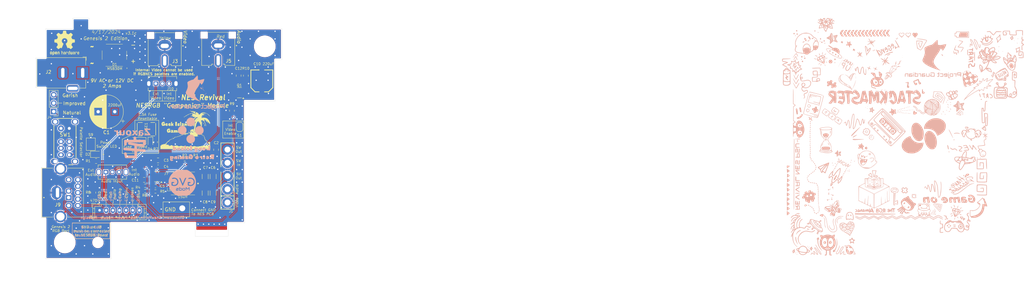
<source format=kicad_pcb>
(kicad_pcb (version 20240108) (generator "pcbnew") (generator_version "8.0")
  (layers (0 "F.Cu" signal) (1 "In1.Cu" signal) (2 "In2.Cu" signal) (31 "B.Cu" signal) (34 "B.Paste" user) (35 "F.Paste" user) (36 "B.SilkS" user "B.Silkscreen") (37 "F.SilkS" user "F.Silkscreen") (38 "B.Mask" user) (39 "F.Mask" user) (44 "Edge.Cuts" user))
  (net 0 "")
  (net 1 "5V Out")
  (net 2 "Net-(D2-Pad2)")
  (net 3 "Video Out")
  (net 4 "GND")
  (net 5 "Video In")
  (net 6 "9VIn")
  (net 7 "9VOut")
  (net 9 "SW")
  (net 10 "EN")
  (net 11 "CSync")
  (net 12 "Blue")
  (net 13 "Green")
  (net 14 "Aud")
  (net 15 "Red")
  (net 16 "MultiFunction")
  (net 17 "A")
  (net 18 "Net-(SW1-Pad6)")
  (net 19 "Net-(SW1-Pad7)")
  (net 20 "Net-(SW1-Pad8)")
  (net 21 "Csync2")
  (net 22 "AC")
  (net 23 "AC2")
  (net 24 "Int_Vid")
  (net 25 "2t2")
  (net 26 "2i2")
  (net 27 "BOOT")
  (net 28 "FB")
  (net 29 "MX")
  (net 30 "GNDD")
  (net 31 "9VOut2")
  (net 32 "V5")
  (net 33 "AUD_Out")
  (net 34 "B")
  (footprint "Resistor_SMD:R_0603_1608Metric" (layer "F.Cu") (at 120.8 121.9 180)
    (property "Reference" "R4")
    (property "Value" "100K" (hide yes))
  )
  (footprint "Merlin:SolderJumper-2_P1.3mm_Open_TrianglePad1.0x1.5mm" (layer "F.Cu") (at 104.4 109.4 90)
    (property "Reference" "JP1" (hide yes))
    (property "Value" "Jump" (hide yes))
  )
  (footprint "Capacitor_SMD:C_0603_1608Metric" (layer "F.Cu") (at 124.7 116.1 180)
    (property "Reference" "C4")
    (property "Value" ".1uF")
  )
  (footprint "Merlin:NESHole2" (layer "F.Cu") (at 106.55 139.03)
    (property "Reference" "REF**" (hide yes))
    (property "Value" "NESHole2" (hide yes))
  )
  (footprint "Resistor_SMD:R_0603_1608Metric" (layer "F.Cu") (at 123.9 123.6)
    (property "Reference" "R5")
    (property "Value" "13.3K" (hide yes))
  )
  (footprint "Connector_PinHeader_2.54mm:PinHeader_1x03_P2.54mm_Vertical" (layer "F.Cu") (at 93.2 99.45 180)
    (property "Reference" "J4")
    (property "Value" " ")
  )
  (footprint "LED_SMD:LED_0603_1608Metric" (layer "F.Cu") (at 122.4 108.7 -90)
    (property "Reference" "D4")
    (property "Value" "Power LED")
  )
  (footprint "Resistor_SMD:R_0805_2012Metric" (layer "F.Cu") (at 106 114.4)
    (property "Reference" "R1")
    (property "Value" "4,7K" (hide yes))
  )
  (footprint "Merlin:MSB30M" (layer "F.Cu") (at 107.8 82.45 -90)
    (property "Reference" "D1")
    (property "Value" "MSB30M")
  )
  (footprint "Merlin:GeekIsland2" (layer "F.Cu") (at 132.9 104.8)
    (property "Reference" "G***" (hide yes))
    (property "Value" "LOGO" (hide yes))
  )
  (footprint "Jumper:SolderJumper-2_P1.3mm_Bridged_RoundedPad1.0x1.5mm" (layer "F.Cu") (at 149.3 104.1 90)
    (property "Reference" "RJA-INT1" (hide yes))
    (property "Value" " ")
  )
  (footprint "Capacitor_SMD:C_0603_1608Metric" (layer "F.Cu") (at 123.9 122)
    (property "Reference" "C5")
    (property "Value" ".1uF")
  )
  (footprint "Merlin:CUI_MD-90SM_2" (layer "F.Cu") (at 95.85 123.97 -90)
    (property "Reference" "J9")
    (property "Value" "MD-90SM" (hide yes))
  )
  (footprint "Merlin:BarrelJack_Horizontal2" (layer "F.Cu") (at 101.95 87.75)
    (property "Reference" "J2")
    (property "Value" "EJ503A")
  )
  (footprint "Merlin:SW_OS102011MS2QN1" (layer "F.Cu") (at 126 91)
    (property "Reference" "J10")
    (property "Value" "Conn_01x03" (hide yes))
  )
  (footprint "Resistor_SMD:R_0805_2012Metric" (layer "F.Cu") (at 151.2 88.6 90)
    (property "Reference" "R10")
    (property "Value" "110R")
  )
  (footprint "Merlin:SW-DP3T (EG2319)" (layer "F.Cu") (at 96.65 108.55 -90)
    (property "Reference" "SW1")
    (property "Value" "DP3T" (hide yes))
  )
  (footprint "Capacitor_SMD:C_0805_2012Metric" (layer "F.Cu") (at 124.7 114.2 180)
    (property "Reference" "C3")
    (property "Value" "10uF" (hide yes))
  )
  (footprint "Package_TO_SOT_SMD:SOT-23-6" (layer "F.Cu") (at 124.4 119.1 180)
    (property "Reference" "J7")
    (property "Value" "TPS54202")
  )
  (footprint "Merlin:CUI_RCA" (layer "F.Cu") (at 126.696 79.608 90)
    (property "Reference" "J3")
    (property "Value" "White RCJ-" (hide yes))
    (fp_line (start 4 -5.15) (end 2.3 -5.15) (stroke (width 0.01)) (layer "Edge.Cuts"))
    (fp_line (start 2.3 -5.15) (end 2.3 -3.35) (stroke (width 0.01)) (layer "Edge.Cuts"))
    (fp_line (start 4 -3.35) (end 4 -5.15) (stroke (width 0.01)) (layer "Edge.Cuts"))
    (fp_line (start 2.3 -3.35) (end 4 -3.35) (stroke (width 0.01)) (layer "Edge.Cuts"))
    (fp_line (start 4 3.35) (end 2.3 3.35) (stroke (width 0.01)) (layer "Edge.Cuts"))
    (fp_line (start 2.3 3.35) (end 2.3 5.15) (stroke (width 0.01)) (layer "Edge.Cuts"))
    (fp_line (start 4 5.15) (end 4 3.35) (stroke (width 0.01)) (layer "Edge.Cuts"))
    (fp_line (start 2.3 5.15) (end 4 5.15) (stroke (width 0.01)) (layer "Edge.Cuts"))
  )
  (footprint "Capacitor_SMD:C_1206_3216Metric" (layer "F.Cu") (at 141.3 119.1 90)
    (property "Reference" "C6")
    (property "Value" "10nF" (hide yes))
  )
  (footprint "Merlin:CAP-SMD_BD6.3-L6.5-W6.5-LS7.0-FD" (layer "F.Cu") (at 156 90.2 90)
    (property "Reference" "C10")
    (property "Value" "220uF" (hide yes))
  )
  (footprint "Capacitor_SMD:C_1206_3216Metric" (layer "F.Cu") (at 138.9 124.1 -90)
    (property "Reference" "C8")
    (property "Value" "22uF" (hide yes))
  )
  (footprint "Merlin:SW_OS102011MS2QN1" (layer "F.Cu") (at 110.9 117.75)
    (property "Reference" "J11")
    (property "Value" "DP3T")
  )
  (footprint "Merlin:CLF7045T" (layer "F.Cu") (at 132.2 124.65 180)
    (property "Reference" "L1")
    (property "Value" "15uF")
  )
  (footprint "Diode_SMD:D_SOD-123" (layer "F.Cu") (at 118.7 108.3 180)
    (property "Reference" "D3")
    (property "Value" "1N4148W")
  )
  (footprint "Resistor_SMD:R_0805_2012Metric" (layer "F.Cu") (at 147 99.2 90)
    (property "Reference" "R9")
    (property "Value" "300")
  )
  (footprint "Merlin:NESHole" (layer "F.Cu") (at 96.55 139.03)
    (property "Reference" "REF**" (hide yes))
    (property "Value" "NESHole" (hide yes))
  )
  (footprint "Resistor_SMD:R_0603_1608Metric" (layer "F.Cu") (at 124 108.7 -90)
    (property "Reference" "R7")
    (property "Value" "4.7K")
  )
  (footprint "Resistor_SMD:R_0603_1608Metric" (layer "F.Cu") (at 136 113.9)
    (property "Reference" "R3")
    (property "Value" "510K" (hide yes))
  )
  (footprint "Resistor_SMD:R_0805_2012Metric" (layer "F.Cu") (at 105.15 123.95 90)
    (property "Reference" "R8")
    (property "Value" "470")
  )
  (footprint "Capacitor_SMD:C_0805_2012Metric" (layer "F.Cu") (at 120.5 120.1 180)
    (property "Reference" "C11")
    (property "Value" "75pF" (hide yes))
  )
  (footprint "Resistor_SMD:R_0603_1608Metric" (layer "F.Cu") (at 120.8 123.5)
    (property "Reference" "R6")
    (property "Value" "49.9" (hide yes))
  )
  (footprint "Capacitor_SMD:C_0805_2012Metric" (layer "F.Cu") (at 142.2 111 -90)
    (property "Reference" "C2")
    (property "Value" "10nF" (hide yes))
  )
  (footprint "Merlin:F1812" (layer "F.Cu") (at 121.2 104.8)
    (property "Reference" "FUSE1")
    (property "Value" "F1812" (hide yes))
  )
  (footprint "Capacitor_SMD:C_1206_3216Metric" (layer "F.Cu") (at 138.9 119.1 90)
    (property "Reference" "C7")
    (property "Value" "22uF" (hide yes))
  )
  (footprint "Merlin:CUI_RCA" (layer "F.Cu") (at 142.842 79.514 90)
    (property "Reference" "J5")
    (property "Value" "Red RCJ-042" (hide yes))
    (fp_line (start 4 -5.15) (end 2.3 -5.15) (stroke (width 0.01)) (layer "Edge.Cuts"))
    (fp_line (start 2.3 -5.15) (end 2.3 -3.35) (stroke (width 0.01)) (layer "Edge.Cuts"))
    (fp_line (start 4 -3.35) (end 4 -5.15) (stroke (width 0.01)) (layer "Edge.Cuts"))
    (fp_line (start 2.3 -3.35) (end 4 -3.35) (stroke (width 0.01)) (layer "Edge.Cuts"))
    (fp_line (start 4 3.35) (end 2.3 3.35) (stroke (width 0.01)) (layer "Edge.Cuts"))
    (fp_line (start 2.3 3.35) (end 2.3 5.15) (stroke (width 0.01)) (layer "Edge.Cuts"))
    (fp_line (start 4 5.15) (end 4 3.35) (stroke (width 0.01)) (layer "Edge.Cuts"))
    (fp_line (start 2.3 5.15) (end 4 5.15) (stroke (width 0.01)) (layer "Edge.Cuts"))
  )
  (footprint "Resistor_SMD:R_0603_1608Metric" (layer "F.Cu") (at 132.7 113.9 180)
    (property "Reference" "R2")
    (property "Value" "120K" (hide yes))
  )
  (footprint "Connector_JST:JST_PH_B7B-PH-K_1x07_P2.00mm_Vertical" (layer "F.Cu") (at 107.05 129.3)
    (property "Reference" "J8")
    (property "Value" "${ALTIUM_VALUE}")
  )
  (footprint "Merlin:NESHole" (layer "F.Cu") (at 156.9 79.75)
    (property "Reference" "")
    (property "Value" "NESHole" (hide yes))
  )
  (footprint "Package_TO_SOT_SMD:SOT-23" (layer "F.Cu") (at 149.25 93.75 180)
    (property "Reference" "Q1")
    (property "Value" "2SA1015" (hide yes))
  )
  (footprint "Capacitor_SMD:C_1206_3216Metric" (layer "F.Cu") (at 141.3 124.1 -90)
    (property "Reference" "C9")
    (property "Value" ".1uF" (hide yes))
  )
  (footprint "Merlin:GND" (layer "F.Cu") (at 132 128.7 90)
    (property "Reference" "GND")
    (property "Value" "Wire Pad" (hide yes))
  )
  (footprint "Capacitor_SMD:C_0805_2012Metric" (layer "F.Cu") (at 149 88.6 -90)
    (property "Reference" "C12")
    (property "Value" "1nF" (hide yes))
  )
  (footprint "Merlin:RF BOARD CONNECTOR" (layer "F.Cu") (at 145.65 126.95 90)
    (property "Reference" "J1")
    (property "Value" "Board Connector" (hide yes))
  )
  (footprint "Capacitor_THT:CP_Radial_D10.0mm_P5.00mm" (layer "F.Cu") (at 111.623959 99.5 180)
    (property "Reference" "C1")
    (property "Value" "2200uF 25V")
  )
  (footprint "Symbol:OSHW-Logo2_9.8x8mm_SilkScreen" (layer "F.Cu") (at 96.5 78.75)
    (property "Reference" "REF**" (hide yes))
    (property "Value" "OSHW-Logo2_9.8x8mm_SilkScreen" (hide yes))
  )
  (footprint "LED_SMD:LED_0805_2012Metric" (layer "F.Cu") (at 106 112.4)
    (property "Reference" "D2")
    (property "Value" "Power LED")
  )
  (footprint "Merlin:PG_20mmx13.1mm" (layer "B.Cu") (at 136.5 93.5 180)
    (property "Reference" "G***" (hide yes))
    (property "Value" "LOGO" (hide yes))
  )
  (footprint "Merlin:LongIslandRetroGaming4" (layer "B.Cu") (at 134.637607 107.632399 180)
    (property "Reference" "G***" (hide yes))
    (property "Value" "LOGO" (hide yes))
  )
  (footprint "Merlin:GVG" (layer "B.Cu") (at 133.723182 119.491252 180)
    (property "Reference" "")
    (property "Value" "")
  )
  (footprint "LOGO" (layer "B.Cu") (at 351.564025 110.413572 180)
    (property "Reference" "G***")
    (property "Value" "LOGO" (hide yes))
  )
  (gr_line (start 109 128) (end 109 127) (stroke (width 0.12)) (layer "B.SilkS"))
  (gr_line (start 98.8 133.15) (end 98.8 136.535) (stroke (width 0.12)) (layer "B.SilkS"))
  (gr_line (start 106.96 128.05) (end 106.96 127.05) (stroke (width 0.12)) (layer "B.SilkS"))
  (gr_line (start 115.16 127.95) (end 115.16 126.95) (stroke (width 0.12)) (layer "B.SilkS"))
  (gr_line (start 111.04 128.000489) (end 111.04 127.000489) (stroke (width 0.12)) (layer "B.SilkS"))
  (gr_line (start 113.16 127.95) (end 113.16 126.95) (stroke (width 0.12)) (layer "B.SilkS"))
  (gr_line (start 110.15 137.875) (end 107.9 137.875) (stroke (width 0.12)) (layer "B.SilkS"))
  (gr_line (start 118.74 127.950489) (end 118.74 126.95) (stroke (width 0.12)) (layer "B.SilkS"))
  (gr_line (start 110.15 133.15) (end 98.8 133.15) (stroke (width 0.12)) (layer "B.SilkS"))
  (gr_line (start 98.8 136.525) (end 99.88 137.875) (stroke (width 0.12)) (layer "B.SilkS"))
  (gr_line (start 116.96 127.95) (end 116.96 126.95) (stroke (width 0.12)) (layer "B.SilkS"))
  (gr_line (start 110.15 137.875) (end 110.15 133.15) (stroke (width 0.12)) (layer "B.SilkS"))
  (gr_line (start 99.88 137.875) (end 105.2 137.875) (stroke (width 0.12)) (layer "B.SilkS"))
  (gr_rect (start 103.025 107.45) (end 105.775 111.2) (stroke (width 0.12)) (fill none) (layer "F.SilkS"))
  (gr_line (start 117.7 102.1) (end 117.7 106.1) (stroke (width 0.12)) (layer "F.SilkS"))
  (gr_line (start 124.9 102.1) (end 117.7 102.1) (stroke (width 0.12)) (layer "F.SilkS"))
  (gr_line (start 117.05 126.05) (end 117.05 127.05) (stroke (width 0.12)) (layer "F.SilkS"))
  (gr_line (start 130 93.3) (end 130 96.3) (stroke (width 0.12)) (layer "F.SilkS"))
  (gr_line (start 106.95 126.15) (end 106.95 127.15) (stroke (width 0.12)) (layer "F.SilkS"))
  (gr_line (start 109.01 126.1) (end 109.01 127.1) (stroke (width 0.12)) (layer "F.SilkS"))
  (gr_line (start 98.8 133.15) (end 98.8 136.46) (stroke (width 0.12)) (layer "F.SilkS"))
  (gr_line (start 110.2 137.9) (end 108 137.9) (stroke (width 0.12)) (layer "F.SilkS"))
  (gr_rect (start 144.2 102.3) (end 150.6 107.5) (stroke (width 0.12)) (fill none) (layer "F.SilkS"))
  (gr_line (start 98.8 133.15) (end 110.2 133.15) (stroke (width 0.12)) (layer "F.SilkS"))
  (gr_line (start 111.16 126.100489) (end 111.16 127.100489) (stroke (width 0.12)) (layer "F.SilkS"))
  (gr_line (start 119.05 126.199755) (end 119.05 127.200244) (stroke (width 0.12)) (layer "F.SilkS"))
  (gr_line (start 113.2 126.05) (end 113.2 127.05) (stroke (width 0.12)) (layer "F.SilkS"))
  (gr_line (start 98.8 136.46) (end 99.87 137.9) (stroke (width 0.12)) (layer "F.SilkS"))
  (gr_line (start 122 96.3) (end 122 93.3) (stroke (width 0.12)) (layer "F.SilkS"))
  (gr_line (start 108.2 112.1625) (end 108.2 112.6375) (stroke (width 0.12)) (layer "F.SilkS"))
  (gr_line (start 115.2 126.05) (end 115.2 127.05) (stroke (width 0.12)) (layer "F.SilkS"))
  (gr_rect (start 126.2 126.75) (end 134.2 131.3) (stroke (width 0.12)) (fill none) (layer "F.SilkS"))
  (gr_line (start 107.9625 112.4) (end 108.4375 112.4) (stroke (width 0.12)) (layer "F.SilkS"))
  (gr_line (start 124.9 112.1) (end 124.9 102.1) (stroke (width 0.12)) (layer "F.SilkS"))
  (gr_line (start 113.9 107.8) (end 113.9 112.1) (stroke (width 0.12)) (layer "F.SilkS"))
  (gr_line (start 113.05 131.6) (end 113.05 130.6) (stroke (width 0.12)) (layer "F.SilkS"))
  (gr_line (start 110.2 137.9) (end 110.2 133.15) (stroke (width 0.12)) (layer "F.SilkS"))
  (gr_line (start 122 96.3) (end 130 96.3) (stroke (width 0.12)) (layer "F.SilkS"))
  (gr_line (start 99.87 137.9) (end 105.2 137.9) (stroke (width 0.12)) (layer "F.SilkS"))
  (gr_line (start 94.6 96.9) (end 95.7 96.9) (stroke (width 0.12)) (layer "F.SilkS"))
  (gr_line (start 126 93.15) (end 126 96.3) (stroke (width 0.12)) (layer "F.SilkS"))
  (gr_line (start 113.9 112.1) (end 124.9 112.1) (stroke (width 0.12)) (layer "F.SilkS"))
  (gr_line (start 117.7 106.1) (end 113.9 107.8) (stroke (width 0.12)) (layer "F.SilkS"))
  (gr_line (start 90.75 144.03) (end 90.75 131.65) (stroke (width 0.05)) (layer "Edge.Cuts"))
  (gr_line (start 160.05 96.25) (end 150.9 96.25) (stroke (width 0.05)) (layer "Edge.Cuts"))
  (gr_line (start 135.9 133.13) (end 110.55 133.13) (stroke (width 0.05)) (layer "Edge.Cuts"))
  (gr_line (start 150.9 133.13) (end 145.85 133.13) (stroke (width 0.05)) (layer "Edge.Cuts"))
  (gr_line (start 110.55 133.13) (end 110.55 144.03) (stroke (width 0.05)) (layer "Edge.Cuts"))
  (gr_line (start 89.45 131.65) (end 90.75 131.65) (stroke (width 0.05)) (layer "Edge.Cuts"))
  (gr_line (start 150.9 96.25) (end 150.9 133.13) (stroke (width 0.05)) (layer "Edge.Cuts"))
  (gr_line (start 98.9 71.25) (end 103.95 71.25) (stroke (width 0.05)) (layer "Edge.Cuts"))
  (gr_line (start 90.75 83.25) (end 90.75 74.45) (stroke (width 0.05)) (layer "Edge.Cuts"))
  (gr_line (start 162.1 74.35) (end 162.1 83.75) (stroke (width 0.05)) (layer "Edge.Cuts"))
  (gr_line (start 90.75 74.45) (end 98.9 74.45) (stroke (width 0.05)) (layer "Edge.Cuts"))
  (gr_line (start 103.95 74.35) (end 162.1 74.35) (stroke (width 0.05)) (layer "Edge.Cuts"))
  (gr_line (start 89.45 131.65) (end 89.45 116.35) (stroke (width 0.05)) (layer "Edge.Cuts"))
  (gr_line (start 162.1 83.75) (end 160.05 83.75) (stroke (width 0.05)) (layer "Edge.Cuts"))
  (gr_line (start 89.45 116.35) (end 90.75 116.35) (stroke (width 0.05)) (layer "Edge.Cuts"))
  (gr_line (start 160.05 83.75) (end 160.05 96.25) (stroke (width 0.05)) (layer "Edge.Cuts"))
  (gr_line (start 135.9 137.13) (end 135.9 133.13) (stroke (width 0.05)) (layer "Edge.Cuts"))
  (gr_line (start 90.75 92.25) (end 87.75 92.25) (stroke (width 0.05)) (layer "Edge.Cuts"))
  (gr_line (start 87.75 83.25) (end 90.75 83.25) (stroke (width 0.05)) (layer "Edge.Cuts"))
  (gr_line (start 87.75 92.25) (end 87.75 83.25) (stroke (width 0.05)) (layer "Edge.Cuts"))
  (gr_line (start 145.85 133.13) (end 145.85 137.13) (stroke (width 0.05)) (layer "Edge.Cuts"))
  (gr_line (start 90.75 116.35) (end 90.75 92.25) (stroke (width 0.05)) (layer "Edge.Cuts"))
  (gr_line (start 98.9 74.45) (end 98.9 71.25) (stroke (width 0.05)) (layer "Edge.Cuts"))
  (gr_line (start 110.55 144.03) (end 90.75 144.03) (stroke (width 0.05)) (layer "Edge.Cuts"))
  (gr_line (start 103.95 71.25) (end 103.95 74.35) (stroke (width 0.05)) (layer "Edge.Cuts"))
  (gr_line (start 145.85 137.13) (end 135.9 137.13) (stroke (width 0.05)) (layer "Edge.Cuts"))
  (gr_text "Zaxour" (at 122.5 107 0) (layer "B.SilkS") (effects (font (size 2 2) (thickness 0.4) (bold yes)) (justify left bottom mirror)))
  (gr_text "Github.com/ShawMerlin/NES-Power-Module-Redesign" (at 117 131.5 -0) (layer "B.SilkS") (effects (font (size 0.75 0.75) (thickness 0.15) (bold yes)) (justify mirror)))
  (gr_text "宅" (at 121.8 113.8 0) (layer "B.SilkS") (effects (font (size 5 5) (thickness 0.8)) (justify left bottom mirror)))
  (gr_text "Blue" (at 118.64 126.750245 -90) (layer "B.SilkS") (effects (font (size 0.75 0.75) (thickness 0.1) (bold yes) (italic yes)) (justify left mirror)))
  (gr_text "GND on J8\nmust be connected\nto NESRGB Board" (at 104.55 135.65 0) (layer "B.SilkS") (effects (font (size 0.75 0.75) (thickness 0.1) (bold yes) (italic yes)) (justify mirror)))
  (gr_text "Red" (at 108.96 125.55 -90) (layer "B.SilkS") (effects (font (size 0.75 0.75) (thickness 0.1) (bold yes) (italic yes)) (justify mirror)))
  (gr_text "GND" (at 106.81 125.6 -90) (layer "B.SilkS") (effects (font (size 0.75 0.75) (thickness 0.1) (bold yes) (italic yes)) (justify mirror)))
  (gr_text "Green" (at 116.94 125.150245 -90) (layer "B.SilkS") (effects (font (size 0.75 0.75) (thickness 0.1) (bold yes) (italic yes)) (justify mirror)))
  (gr_text "CSync" (at 115.04 126.750245 -90) (layer "B.SilkS") (effects (font (size 0.75 0.75) (thickness 0.1) (bold yes) (italic yes)) (justify left mirror)))
  (gr_text "Ext \nAudio" (at 111.14 125.050245 -90) (layer "B.SilkS") (effects (font (size 0.75 0.75) (thickness 0.1) (bold yes) (italic yes)) (justify mirror)))
  (gr_text "Comp" (at 113.24 125.150245 -90) (layer "B.SilkS") (effects (font (size 0.75 0.75) (thickness 0.1) (bold yes) (italic yes)) (justify mirror)))
  (gr_text "SW\nOut" (at 149 110.95 0) (layer "F.SilkS") (effects (font (size 0.75 0.75) (thickness 0.1))))
  (gr_text "Blue" (at 118.8 125.7 90) (layer "F.SilkS") (effects (font (size 0.75 0.75) (thickness 0.1) (bold yes) (italic yes)) (justify left)))
  (gr_text "Int\nAudio" (at 117.5 117.75 0) (layer "F.SilkS") (effects (font (size 0.8 0.8) (thickness 0.1))))
  (gr_text "Red" (at 108.84 124.650245 90) (layer "F.SilkS") (effects (font (size 0.75 0.75) (thickness 0.1) (bold yes) (italic yes))))
  (gr_text "~" (at 104.8 84.85 0) (layer "F.SilkS") (effects (font (size 1.5 1.5) (thickness 0.3))))
  (gr_text "Video" (at 148.5 126.95 90) (layer "F.SilkS") (effects (font (size 0.75 0.75) (thickness 0.1))))
  (gr_text "GND on J8\nmust be connected\nto NESRGB Board" (at 104.59 135.57 0) (layer "F.SilkS") (effects (font (size 0.75 0.75) (thickness 0.1) (bold yes) (italic yes))))
  (gr_text "Natural" (at 98.7 99.8 0) (layer "F.SilkS") (effects (font (size 1 1))))
  (gr_text "NESRGB {dblquote}Companion{dblquote} Module" (at 132 97.6 0) (layer "F.SilkS") (effects (font (size 1.25 1.25) (thickness 0.2) (italic yes))))
  (gr_text "Green" (at 116.95 123.95 90) (layer "F.SilkS") (effects (font (size 0.75 0.75) (thickness 0.1) (bold yes) (italic yes))))
  (gr_text "Yellow\n" (at 126.75 77.2 0) (layer "F.SilkS") (effects (font (size 0.75 0.75) (thickness 0.1) (bold yes) (italic yes))))
  (gr_text "220uF" (at 157.985714 85.05 0) (layer "F.SilkS") (effects (font (size 0.75 0.75) (thickness 0.1))))
  (gr_text "Power \nSwitch LED" (at 109.2 109.4 0) (layer "F.SilkS") (effects (font (size 0.75 0.75) (thickness 0.1))))
  (gr_text "-" (at 117.2 79.3 0) (layer "F.SilkS") (effects (font (size 1.25 1.25) (thickness 0.2))))
  (gr_text "470" (at 105.25 126.35 0) (layer "F.SilkS") (effects (font (size 0.75 0.75) (thickness 0.1))))
  (gr_text "Comp" (at 113.2 124.2 90) (layer "F.SilkS") (effects (font (size 0.75 0.75) (thickness 0.1) (bold yes) (italic yes))))
  (gr_text "GND" (at 107.1 124.7 90) (layer "F.SilkS") (effects (font (size 0.75 0.75) (thickness 0.1) (bold yes) (italic yes))))
  (gr_text "Internal Video cannot be used\nif RGBNES palettes are enabled." (at 126.5 87.5 0) (layer "F.SilkS") (effects (font (size 0.75 0.75) (thickness 0.15) (bold yes))))
  (gr_text "SW\nIn" (at 149 114.95 0) (layer "F.SilkS") (effects (font (size 0.75 0.75) (thickness 0.1))))
  (gr_text "Red" (at 143.55 76.78 0) (layer "F.SilkS") (effects (font (size 0.9 0.9) (thickness 0.1) (bold yes) (italic yes))))
  (gr_text "9V AC or 12V DC\n2 Amps" (at 110.8 90.9 0) (layer "F.SilkS") (effects (font (size 1 1) (thickness 0.15) (italic yes))))
  (gr_text "Video" (at 132.9 76.9 270) (layer "F.SilkS") (effects (font (size 1 1) (thickness 0.15) (bold yes) (italic yes))))
  (gr_text "Audio Input" (at 110.75 120.5 0) (layer "F.SilkS") (effects (font (size 0.75 0.75) (thickness 0.1))))
  (gr_text "Int\nVideo\nEnable" (at 146.5 104.9 0) (layer "F.SilkS") (effects (font (size 0.75 0.75) (thickness 0.1))))
  (gr_text "Garish" (at 98.2 94.6 0) (layer "F.SilkS") (effects (font (size 1 1))))
  (gr_text "1.5A Fuse\nResettable" (at 121.453125 100.946875 0) (layer "F.SilkS") (effects (font (size 0.75 0.75) (thickness 0.1) (italic yes))))
  (gr_text "Ext\nAudio" (at 104.4 117.85 0) (layer "F.SilkS") (effects (font (size 0.8 0.8) (thickness 0.1))))
  (gr_text "Fuse Tripped\nLED" (at 117.8 110.7 0) (layer "F.SilkS") (effects (font (size 0.75 0.75) (thickness 0.1) (italic yes))))
  (gr_text "2200uF" (at 111.7 97.5 0) (layer "F.SilkS") (effects (font (size 0.75 0.75) (thickness 0.1))))
  (gr_text "NES Revival" (at 138.3 95.2 0) (layer "F.SilkS") (effects (font (size 1.5 1.5) (thickness 0.3) (italic yes))))
  (gr_text "5V\nOut" (at 149 118.95 0) (layer "F.SilkS") (effects (font (size 0.75 0.75) (thickness 0.1))))
  (gr_text "Ext \nAudio" (at 110.95 124.45 90) (layer "F.SilkS") (effects (font (size 0.75 0.75) (thickness 0.1) (bold yes) (italic yes))))
  (gr_text "15uH" (at 130.62 125.23 0) (layer "F.SilkS") (effects (font (size 0.75 0.75) (thickness 0.1)) (justify left)))
  (gr_text "+" (at 117.2 84.2 0) (layer "F.SilkS") (effects (font (size 1.25 1.25) (thickness 0.2))))
  (gr_text "v3.1c" (at 114.75 75.75 0) (layer "F.SilkS") (effects (font (size 0.85 0.85) (thickness 0.1) (italic yes)) (justify left)))
  (gr_text "4/17/2024" (at 109 75.4 0) (layer "F.SilkS") (effects (font (size 1 1) (thickness 0.1) (bold yes) (italic yes))))
  (gr_text "Ext\nVideo" (at 124 94.7 0) (layer "F.SilkS") (effects (font (size 0.8 0.8) (thickness 0.1))))
  (gr_text "Improved" (at 99.45 97 0) (layer "F.SilkS") (effects (font (size 1 1))))
  (gr_text "Genesis 2 Edition" (at 102.05 77.35 0) (layer "F.SilkS") (effects (font (size 1 1) (thickness 0.125) (italic yes)) (justify left)))
  (gr_text "MSB30M" (at 111.6 86.5 0) (layer "F.SilkS") (effects (font (size 0.75 0.75) (thickness 0.1))))
  (gr_text "Connect GND \nTo NES PCB" (at 134.6 129.8 0) (layer "F.SilkS") (effects (font (size 0.75 0.75) (thickness 0.1) (italic yes)) (justify left)))
  (gr_text "S1" (at 148.5 107.1 0) (layer "F.SilkS") (effects (font (size 0.75 0.75) (thickness 0.1)) (justify left bottom)))
  (gr_text "S9" (at 103.6 106.9 0) (layer "F.SilkS") (effects (font (size 0.75 0.75) (thickness 0.1)) (justify left bottom)))
  (gr_text "Genesis 2\nRGB Port" (at 95.3 134.9 0) (layer "F.SilkS") (effects (font (size 0.75 0.75) (thickness 0.1) (bold yes) (italic yes))))
  (gr_text "Audio" (at 148.5 122.95 90) (layer "F.SilkS") (effects (font (size 0.75 0.75) (thickness 0.1))))
  (gr_text "Audio" (at 149.1 76.9 270) (layer "F.SilkS") (effects (font (size 1 1) (thickness 0.15) (bold yes) (italic yes))))
  (gr_text "~" (at 104.8 79.8 0) (layer "F.SilkS") (effects (font (size 1.5 1.5) (thickness 0.3))))
  (gr_text "Int\nVideo" (at 128 94.75 0) (layer "F.SilkS") (effects (font (size 0.8 0.8) (thickness 0.1))))
  (gr_text "CSync" (at 115.2 125.7 90) (layer "F.SilkS") (effects (font (size 0.75 0.75) (thickness 0.1) (bold yes) (italic yes)) (justify left)))
  (gr_text "Palette Selector" (at 101.5 108.7 270) (layer "F.SilkS") (effects (font (size 0.75 0.75) (thickness 0.1))))
  (segment (start 118.8 114.4) (end 121 116.6) (width 0.4) (layer "F.Cu") (net 1))
  (segment (start 147 100.75) (end 147.5 101.25) (width 0.25) (layer "F.Cu") (net 1))
  (segment (start 147 100.1125) (end 147 100.75) (width 0.25) (layer "F.Cu") (net 1))
  (segment (start 101.2 115.5) (end 99.04952 117.65048) (width 0.4) (layer "F.Cu") (net 1))
  (segment (start 99.04952 117.65048) (end 99.04952 122.12048) (width 0.4) (layer "F.Cu") (net 1))
  (segment (start 106.9125 114.4) (end 105.8125 115.5) (width 0.4) (layer "F.Cu") (net 1))
  (segment (start 99.04952 122.12048) (end 97.7 123.47) (width 0.4) (layer "F.Cu") (net 1))
  (segment (start 121.7 124.6375) (end 121.7 123.5625) (width 0.4) (layer "F.Cu") (net 1))
  (segment (start 115.2 114.4) (end 118.8 114.4) (width 0.4) (layer "F.Cu") (net 1))
  (segment (start 106.9125 114.4) (end 115.2 114.4) (width 0.4) (layer "F.Cu") (net 1))
  (segment (start 105.8125 115.5) (end 101.2 115.5) (width 0.4) (layer "F.Cu") (net 1))
  (via (at 121.7 124.6375) (size 0.8) (drill 0.4) (layers "F.Cu" "B.Cu") (net 1))
  (via (at 147.5 101.25) (size 0.8) (drill 0.4) (layers "F.Cu" "B.Cu") (net 1))
  (via (at 121 116.6) (size 0.8) (drill 0.4) (layers "F.Cu" "B.Cu") (net 1))
  (segment (start 121.7 117.3) (end 121 116.6) (width 0.4) (layer "B.Cu") (net 1))
  (segment (start 122.775 128.525) (end 121.7 127.45) (width 0.4) (layer "B.Cu") (net 1))
  (segment (start 147.5 101.25) (end 147.575 101.175) (width 0.25) (layer "B.Cu") (net 1))
  (segment (start 142.8 128.7) (end 142.8 121.8) (width 0.4) (layer "B.Cu") (net 1))
  (segment (start 147.575 117.025) (end 147.575 101.325) (width 0.25) (layer "B.Cu") (net 1))
  (segment (start 121.7 127.45) (end 121.7 124.6375) (width 0.4) (layer "B.Cu") (net 1))
  (segment (start 122.775 128.525) (end 124.95 130.7) (width 0.4) (layer "B.Cu") (net 1))
  (segment (start 121.7 124.6375) (end 121.7 117.3) (width 0.4) (layer "B.Cu") (net 1))
  (segment (start 145.65 118.95) (end 147.575 117.025) (width 0.25) (layer "B.Cu") (net 1))
  (segment (start 147.575 101.325) (end 147.5 101.25) (width 0.25) (layer "B.Cu") (net 1))
  (segment (start 124.95 130.7) (end 140.8 130.7) (width 0.4) (layer "B.Cu") (net 1))
  (segment (start 140.8 130.7) (end 142.8 128.7) (width 0.4) (layer "B.Cu") (net 1))
  (segment (start 142.8 121.8) (end 145.65 118.95) (width 0.4) (layer "B.Cu") (net 1))
  (segment (start 105.0875 114.4) (end 105.0875 114.25) (width 0.35) (layer "F.Cu") (net 2))
  (segment (start 105.0625 114.375) (end 105.0875 114.4) (width 0.35) (layer "F.Cu") (net 2))
  (segment (start 105.0875 114.25) (end 106.9375 112.4) (width 0.35) (layer "F.Cu") (net 2))
  (segment (start 110.72 125.92) (end 113.05 128.25) (width 0.25) (layer "F.Cu") (net 3))
  (segment (start 108 125.9) (end 108.02 125.92) (width 0.25) (layer "F.Cu") (net 3))
  (segment (start 107.98 125.92) (end 108 125.9) (width 0.25) (layer "F.Cu") (net 3))
  (segment (start 108.02 125.92) (end 110.72 125.92) (width 0.25) (layer "F.Cu") (net 3))
  (segment (start 113.05 128.25) (end 113.05 129.3) (width 0.25) (layer "F.Cu") (net 3))
  (segment (start 100.5 125.92) (end 107.98 125.92) (width 0.25) (layer "F.Cu") (net 3))
  (via (at 108 125.9) (size 0.8) (drill 0.4) (layers "F.Cu" "B.Cu") (net 3))
  (segment (start 107.921 111.053694) (end 107.921 125.821) (width 0.25) (layer "B.Cu") (net 3))
  (segment (start 122.987347 95.987347) (end 107.921 111.053694) (width 0.25) (layer "B.Cu") (net 3))
  (segment (start 124 91) (end 124 94.974694) (width 0.25) (layer "B.Cu") (net 3))
  (segment (start 107.921 125.821) (end 108 125.9) (width 0.25) (layer "B.Cu") (net 3))
  (segment (start 124 94.974694) (end 122.987347 95.987347) (width 0.25) (layer "B.Cu") (net 3))
  (segment (start 131.85 113.9) (end 131.85 113.375) (width 0.35) (layer "F.Cu") (net 4))
  (segment (start 124.725 124.775) (end 124.7 124.8) (width 0.4) (layer "F.Cu") (net 4))
  (segment (start 124 109.5) (end 123.25 108.75) (width 0.25) (layer "F.Cu") (net 4))
  (segment (start 124 109.525) (end 124.075 109.525) (width 0.25) (layer "F.Cu") (net 4))
  (segment (start 104.4 108.675) (end 104.4 107.3) (width 0.35) (layer "F.Cu") (net 4))
  (segment (start 104.4 108.75) (end 104.65 108.75) (width 0.35) (layer "F.Cu") (net 4))
  (segment (start 148.4 120.8) (end 148.275 120.925) (width 0.35) (layer "F.Cu") (net 4))
  (segment (start 131.85 113.375) (end 131.375 112.9) (width 0.35) (layer "F.Cu") (net 4))
  (segment (start 124.725 123.6) (end 124.725 124.775) (width 0.4) (layer "F.Cu") (net 4))
  (segment (start 142.2 111.95) (end 142.2 112.7) (width 0.75) (layer "F.Cu") (net 4))
  (segment (start 142.2 112.7) (end 142.5 113) (width 0.75) (layer "F.Cu") (net 4))
  (segment (start 142.360695 79.514) (end 142.842 79.514) (width 0.25) (layer "F.Cu") (net 4))
  (segment (start 124 109.525) (end 124 109.5) (width 0.25) (layer "F.Cu") (net 4))
  (via (at 120.8 80.6) (size 0.8) (drill 0.4) (layers "F.Cu" "B.Cu") (net 4))
  (via (at 133.25 131.6) (size 0.8) (drill 0.4) (layers "F.Cu" "B.Cu") (net 4))
  (via (at 158 94) (size 0.8) (drill 0.4) (layers "F.Cu" "B.Cu") (net 4))
  (via (at 143.2 133.5) (size 0.8) (drill 0.4) (layers "F.Cu" "B.Cu") (net 4))
  (via (at 148.5 101.7) (size 0.8) (drill 0.4) (layers "F.Cu" "B.Cu") (net 4))
  (via (at 144.8 133.5) (size 0.8) (drill 0.4) (layers "F.Cu" "B.Cu") (net 4))
  (via (at 100 142.5) (size 0.8) (drill 0.4) (layers "F.Cu" "B.Cu") (net 4))
  (via (at 121.6 130.5) (size 0.8) (drill 0.4) (layers "F.Cu" "B.Cu") (net 4))
  (via (at 103.5 129.25) (size 0.8) (drill 0.4) (layers "F.Cu" "B.Cu") (net 4))
  (via (at 101.5 77.5) (size 0.8) (drill 0.4) (layers "F.Cu" "B.Cu") (net 4))
  (via (at 122.8 116.1) (size 0.8) (drill 0.4) (layers "F.Cu" "B.Cu") (net 4))
  (via (at 126.45 75.2) (size 0.8) (drill 0.4) (layers "F.Cu" "B.Cu") (net 4))
  (via (at 117.6 78.4) (size 0.8) (drill 0.4) (layers "F.Cu" "B.Cu") (net 4))
  (via (at 92.5 140) (size 0.8) (drill 0.4) (layers "F.Cu" "B.Cu") (net 4))
  (via (at 150.1 97.8) (size 0.8) (drill 0.4) (layers "F.Cu" "B.Cu") (net 4))
  (via (at 103.5 121.95) (size 0.8) (drill 0.4) (layers "F.Cu" "B.Cu") (net 4))
  (via (at 125.65 128.95) (size 0.8) (drill 0.4) (layers "F.Cu" "B.Cu") (net 4))
  (via (at 135 75.2) (size 0.8) (drill 0.4) (layers "F.Cu" "B.Cu") (net 4))
  (via (at 157.9 86) (size 0.8) (drill 0.4) (layers "F.Cu" "B.Cu") (net 4))
  (via (at 140.5 115) (size 0.8) (drill 0.4) (layers "F.Cu" "B.Cu") (net 4))
  (via (at 113.1 80.4) (size 0.8) (drill 0.4) (layers "F.Cu" "B.Cu") (net 4))
  (via (at 148.4 120.8) (size 0.8) (drill 0.4) (layers "F.Cu" "B.Cu") (net 4))
  (via (at 109 93) (size 0.8) (drill 0.4) (layers "F.Cu" "B.Cu") (net 4))
  (via (at 136 128.5) (size 0.8) (drill 0.4) (layers "F.Cu" "B.Cu") (net 4))
  (via (at 157.9 88) (size 0.8) (drill 0.4) (layers "F.Cu" "B.Cu") (net 4))
  (via (at 117.6 80.4) (size 0.8) (drill 0.4) (layers "F.Cu" "B.Cu") (net 4))
  (via (at 135 86) (size 0.8) (drill 0.4) (layers "F.Cu" "B.Cu") (net 4))
  (via (at 103.5 127) (size 0.8) (drill 0.4) (layers "F.Cu" "B.Cu") (net 4))
  (via (at 118 93) (size 0.8) (drill 0.4) (layers "F.Cu" "B.Cu") (net 4))
  (via (at 155 75.2) (size 0.8) (drill 0.4) (layers "F.Cu" "B.Cu") (net 4))
  (via (at 105.75 120.75) (size 0.8) (drill 0.4) (layers "F.Cu" "B.Cu") (net 4))
  (via (at 150.1 112.9) (size 0.8) (drill 0.4) (layers "F.Cu" "B.Cu") (net 4))
  (via (at 102 114) (size 0.8) (drill 0.4) (layers "F.Cu" "B.Cu") (net 4))
  (via (at 131.375 112.9) (size 0.8) (drill 0.4) (layers "F.Cu" "B.Cu") (net 4))
  (via (at 146.4 82.3) (size 0.8) (drill 0.4) (layers "F.Cu" "B.Cu") (net 4))
  (via (at 117.3 130.8) (size 0.8) (drill 0.4) (layers "F.Cu" "B.Cu") (net 4))
  (via (at 131 95) (size 0.8) (drill 0.4) (layers "F.Cu" "B.Cu") (net 4))
  (via (at 150.1 132.2) (size 0.8) (drill 0.4) (layers "F.Cu" "B.Cu") (net 4))
  (via (at 117.6 76.6) (size 0.8) (drill 0.4) (layers "F.Cu" "B.Cu") (net 4))
  (via (at 130 86) (size 0.8) (drill 0.4) (layers "F.Cu" "B.Cu") (net 4))
  (via (at 118 96) (size 0.8) (drill 0.4) (layers "F.Cu" "B.Cu") (net 4))
  (via (at 150.1 108.9) (size 0.8) (drill 0.4) (layers "F.Cu" "B.Cu") (net 4))
  (via (at 154.3 90) (size 0.8) (drill 0.4) (layers "F.Cu" "B.Cu") (net 4))
  (via (at 123.35 127) (size 0.8) (drill 0.4) (layers "F.Cu" "B.Cu") (net 4))
  (via (at 145.2 99.1) (size 0.8) (drill 0.4) (layers "F.Cu" "B.Cu") (net 4))
  (via (at 135 127) (size 0.8) (drill 0.4) (layers "F.Cu" "B.Cu") (net 4))
  (via (at 119.7 90) (size 0.8) (drill 0.4) (layers "F.Cu" "B.Cu") (net 4))
  (via (at 128.1 126.93) (size 0.8) (drill 0.4) (layers "F.Cu" "B.Cu") (net 4))
  (via (at 92.5 112.5) (size 0.8) (drill 0.4) (layers "F.Cu" "B.Cu") (net 4))
  (via (at 113 110.5) (size 0.8) (drill 0.4) (layers "F.Cu" "B.Cu") (net 4))
  (via (at 111 116) (size 0.8) (drill 0.4) (layers "F.Cu" "B.Cu") (net 4))
  (via (at 146.3 101.7) (size 0.8) (drill 0.4) (layers "F.Cu" "B.Cu") (net 4))
  (via (at 135 109.3) (size 0.8) (drill 0.4) (layers "F.Cu" "B.Cu") (net 4))
  (via (at 95 142.5) (size 0.8) (drill 0.4) (layers "F.Cu" "B.Cu") (net 4))
  (via (at 115.4 121.7) (size 0.8) (drill 0.4) (layers "F.Cu" "B.Cu") (net 4))
  (via (at 124.7 124.8) (size 0.8) (drill 0.4) (layers "F.Cu" "B.Cu") (net 4))
  (via (at 148.4 117) (size 0.8) (drill 0.4) (layers "F.Cu" "B.Cu") (net 4))
  (via (at 102.5 95) (size 0.8) (drill 0.4) (layers "F.Cu" "B.Cu") (net 4))
  (via (at 92.5 85) (size 0.8) (drill 0.4) (layers "F.Cu" "B.Cu") (net 4))
  (via (at 92.5 120) (size 0.8) (drill 0.4) (layers "F.Cu" "B.Cu") (net 4))
  (via (at 101 132.5) (size 0.8) (drill 0.4) (layers "F.Cu" "B.Cu") (net 4))
  (via (at 127 123.6) (size 0.8) (drill 0.4) (layers "F.Cu" "B.Cu") (net 4))
  (via (at 107 127) (size 0.8) (drill 0.4) (layers "F.Cu" "B.Cu") (net 4))
  (via (at 140.5 113) (size 0.8) (drill 0.4) (layers "F.Cu" "B.Cu") (net 4))
  (via (at 110.5 104.5) (size 0.8) (drill 0.4) (layers "F.Cu" "B.Cu") (net 4))
  (via (at 152 94) (size 0.8) (drill 0.4) (layers "F.Cu" "B.Cu") (net 4))
  (via (at 115.8 77.9) (size 0.8) (drill 0.4) (layers "F.Cu" "B.Cu") (net 4))
  (via (at 150 75.2) (size 0.8) (drill 0.4) (layers "F.Cu" "B.Cu") (net 4))
  (via (at 112 119.25) (size 0.8) (drill 0.4) (layers "F.Cu" "B.Cu") (net 4))
  (via (at 92.5 80.7) (size 0.8) (drill 0.4) (layers "F.Cu" "B.Cu") (net 4))
  (via (at 141.8 99.1) (size 0.8) (drill 0.4) (layers "F.Cu" "B.Cu") (net 4))
  (via (at 126.7 120.9) (size 0.8) (drill 0.4) (layers "F.Cu" "B.Cu") (net 4))
  (via (at 123.3 108.76) (size 0.8) (drill 0.4) (layers "F.Cu" "B.Cu") (net 4))
  (via (at 148.4 112.9) (size 0.8) (drill 0.4) (layers "F.Cu" "B.Cu") (net 4))
  (via (at 92.5 135) (size 0.8) (drill 0.4) (layers "F.Cu" "B.Cu") (net 4))
  (via (at 142.5 113) (size 0.8) (drill 0.4) (layers "F.Cu" "B.Cu") (net 4))
  (via (at 89 88.1) (size 0.8) (drill 0.4) (layers "F.Cu" "B.Cu") (net 4))
  (via (at 119.2 83.6) (size 0.8) (drill 0.4) (layers "F.Cu" "B.Cu") (net 4))
  (via (at 125 85.9) (size 0.8) (drill 0.4) (layers "F.Cu" "B.Cu") (net 4))
  (via (at 122 89.1) (size 0.8) (drill 0.4) (layers "F.Cu" "B.Cu") (net 4))
  (via (at 108 96) (size 0.8) (drill 0.4) (layers "F.Cu" "B.Cu") (net 4))
  (via (at 99.1 126.8) (size 0.8) (drill 0.4) (layers "F.Cu" "B.Cu") (net 4))
  (via (at 140 133.5) (size 0.8) (drill 0.4) (layers "F.Cu" "B.Cu") (net 4))
  (via (at 157.9 90) (size 0.8) (drill 0.4) (layers "F.Cu" "B.Cu") (net 4))
  (via (at 108 104.5) (size 0.8) (drill 0.4) (layers "F.Cu" "B.Cu") (net 4))
  (via (at 152.5 77.5) (size 0.8) (drill 0.4) (layers "F.Cu" "B.Cu") (net 4))
  (via (at 110.7 80.4) (size 0.8) (drill 0.4) (layers "F.Cu" "B.Cu") (net 4))
  (via (at 125.65 131.6) (size 0.8) (drill 0.4) (layers "F.Cu" "B.Cu") (net 4))
  (via (at 103.5 119.8) (size 0.8) (drill 0.4) (layers "F.Cu" "B.Cu") (net 4))
  (via (at 111 122.5) (size 0.8) (drill 0.4) (layers "F.Cu" "B.Cu") (net 4))
  (via (at 101 118) (size 0.8) (drill 0.4) (layers "F.Cu" "B.Cu") (net 4))
  (via (at 126.5 94) (size 0.8) (drill 0.4) (layers "F.Cu" "B.Cu") (net 4))
  (via (at 120.8 84.6) (size 0.8) (drill 0.4) (layers "F.Cu" "B.Cu") (net 4))
  (via (at 96.15 101) (size 0.8) (drill 0.4) (layers "F.Cu" "B.Cu") (net 4))
  (via (at 130.3 114.6) (size 0.8) (drill 0.4) (layers "F.Cu" "B.Cu") (net 4))
  (via (at 92.5 90) (size 0.8) (drill 0.4) (layers "F.Cu" "B.Cu") (net 4))
  (via (at 109.2 108.1) (size 0.8) (drill 0.4) (layers "F.Cu" "B.Cu") (net 4))
  (via (at 141.6 133.5) (size 0.8) (drill 0.4) (layers "F.Cu" "B.Cu") (net 4))
  (via (at 138.4 133.5) (size 0.8) (drill 0.4) (layers "F.Cu" "B.Cu") (net 4))
  (via (at 103.5 125) (size 0.8) (drill 0.4) (layers "F.Cu" "B.Cu") (net 4))
  (via (at 110 113) (size 0.8) (drill 0.4) (layers "F.Cu" "B.Cu") (net 4))
  (via (at 133 84) (size 0.8) (drill 0.4) (layers "F.Cu" "B.Cu") (net 4))
  (via (at 113.1 78.4) (size 0.8) (drill 0.4) (layers "F.Cu" "B.Cu") (net 4))
  (via (at 117.9 123.9) (size 0.8) (drill 0.4) (layers "F.Cu" "B.Cu") (net 4))
  (via (at 133 80) (size 0.8) (drill 0.4) (layers "F.Cu" "B.Cu") (net 4))
  (via (at 92.6 75.8) (size 0.8) (drill 0.4) (layers "F.Cu" "B.Cu") (net 4))
  (via (at 112.5 126.25) (size 0.8) (drill 0.4) (layers "F.Cu" "B.Cu") (net 4))
  (via (at 146 93.75) (size 0.8) (drill 0.4) (layers "F.Cu" "B.Cu") (net 4))
  (via (at 129.98 125.67) (size 0.8) (drill 0.4) (layers "F.Cu" "B.Cu") (net 4))
  (via (at 98.7 130) (size 0.8) (drill 0.4) (layers "F.Cu" "B.Cu") (net 4))
  (via (at 148.5 97.8) (size 0.8) (drill 0.4) (layers "F.Cu" "B.Cu") (net 4))
  (via (at 140.1 126.6) (size 0.8) (drill 0.4) (layers "F.Cu" "B.Cu") (net 4))
  (via (at 113 107.4) (size 0.8) (drill 0.4) (layers "F.Cu" "B.Cu") (net 4))
  (via (at 148.4 108.9) (size 0.8) (drill 0.4) (layers "F.Cu" "B.Cu") (net 4))
  (via (at 120.8 82.5) (size 0.8) (drill 0.4) (layers "F.Cu" "B.Cu") (net 4))
  (via (at 100 107.25) (size 0.8) (drill 0.4) (layers "F.Cu" "B.Cu") (net 4))
  (via (at 122.9 125.1) (size 0.8) (drill 0.4) (layers "F.Cu" "B.Cu") (net 4))
  (via (at 150.1 124.4) (size 0.8) (drill 0.4) (layers "F.Cu" "B.Cu") (net 4))
  (via (at 119.2 81.4) (size 0.8) (drill 0.4) (layers "F.Cu" "B.Cu") (net 4))
  (via (at 116.9 116.2) (size 0.8) (drill 0.4) (layers "F.Cu" "B.Cu") (net 4))
  (via (at 137.6 126.6) (size 0.8) (drill 0.4) (layers "F.Cu" "B.Cu") (net 4))
  (via (at 150.1 101.7) (size 0.8) (drill 0.4) (layers "F.Cu" "B.Cu") (net 4))
  (via (at 150.1 117) (size 0.8) (drill 0.4) (layers "F.Cu" "B.Cu") (net 4))
  (via (at 160 77.5) (size 0.8) (drill 0.4) (layers "F.Cu" "B.Cu") (net 4))
  (via (at 146.5 80) (size 0.8) (drill 0.4) (layers "F.Cu" "B.Cu") (net 4))
  (via (at 101.5 129.75) (size 0.8) (drill 0.4) (layers "F.Cu" "B.Cu") (net 4))
  (via (at 138.5 128.5) (size 0.8) (drill 0.4) (layers "F.Cu" "B.Cu") (net 4))
  (via (at 119.75 97.75) (size 0.8) (drill 0.4) (layers "F.Cu" "B.Cu") (net 4))
  (via (at 108.2 76.6) (size 0.8) (drill 0.4) (layers "F.Cu" "B.Cu") (net 4))
  (via (at 119.2 77.4) (size 0.8) (drill 0.4) (layers "F.Cu" "B.Cu") (net 4))
  (via (at 101.5 73.5) (size 0.8) (drill 0.4) (layers "F.Cu" "B.Cu") (net 4))
  (via (at 154 86) (size 0.8) (drill 0.4) (layers "F.Cu" "B.Cu") (net 4))
  (via (at 104.4 107.3) (size 0.8) (drill 0.4) (layers "F.Cu" "B.Cu") (net 4))
  (via (at 145 86) (size 0.8) (drill 0.4) (layers "F.Cu" "B.Cu") (net 4))
  (via (at 149 84) (size 0.8) (drill 0.4) (layers "F.Cu" "B.Cu") (net 4))
  (via (at 125 89.1) (size 0.8) (drill 0.4) (layers "F.Cu" "B.Cu") (net 4))
  (via (at 143.8 128.5) (size 0.8) (drill 0.4) (layers "F.Cu" "B.Cu") (net 4))
  (via (at 114 119.25) (size 0.8) (drill 0.4) (layers "F.Cu" "B.Cu") (net 4))
  (via (at 142.5 115.1) (size 0.8) (drill 0.4) (layers "F.Cu" "B.Cu") (net 4))
  (via (at 92.5 105) (size 0.8) (drill 0.4) (layers "F.Cu" "B.Cu") (net 4))
  (via (at 122 132.3) (size 0.8) (drill 0.4) (layers "F.Cu" "B.Cu") (net 4))
  (via (at 126.5 101.5) (size 0.8) (drill 0.4) (layers "F.Cu" "B.Cu") (net 4))
  (via (at 105 142.5) (size 0.8) (drill 0.4) (layers "F.Cu" "B.Cu") (net 4))
  (via (at 140.1 82.8) (size 0.8) (drill 0.4) (layers "F.Cu" "B.Cu") (net 4))
  (via (at 150.1 120.8) (size 0.8) (drill 0.4) (layers "F.Cu" "B.Cu") (net 4))
  (via (at 98.75 101) (size 0.8) (drill 0.4) (layers "F.Cu" "B.Cu") (net 4))
  (via (at 116.1 127) (size 0.8) (drill 0.4) (layers "F.Cu" "B.Cu") (net 4))
  (via (at 119.25 79.5) (size 0.8) (drill 0.4) (layers "F.Cu" "B.Cu") (net 4))
  (via (at 118.4 132.3) (size 0.8) (drill 0.4) (layers "F.Cu" "B.Cu") (net 4))
  (via (at 100 134.7) (size 0.8) (drill 0.4) (layers "F.Cu" "B.Cu") (net 4))
  (via (at 120.8 78.4) (size 0.8) (drill 0.4) (layers "F.Cu" "B.Cu") (net 4))
  (via (at 113.1 82.3) (size 0.8) (drill 0.4) (layers "F.Cu" "B.Cu") (net 4))
  (via (at 109 90) (size 0.8) (drill 0.4) (layers "F.Cu" "B.Cu") (net 4))
  (via (at 138.5 115) (size 0.8) (drill 0.4) (layers "F.Cu" "B.Cu") (net 4))
  (via (at 150.1 128.19) (size 0.8) (drill 0.4) (layers "F.Cu" "B.Cu") (net 4))
  (via (at 92.5 130) (size 0.8) (drill 0.4) (layers "F.Cu" "B.Cu") (net 4))
  (via (at 138.5 113) (size 0.8) (drill 0.4) (layers "F.Cu" "B.Cu") (net 4))
  (via (at 122 85.9) (size 0.8) (drill 0.4) (layers "F.Cu" "B.Cu") (net 4))
  (via (at 96.5 78) (size 0.8) (drill 0.4) (layers "F.Cu" "B.Cu") (net 4))
  (via (at 102.5 140) (size 0.8) (drill 0.4) (layers "F.Cu" "B.Cu") (net 4))
  (via (at 109.7 134.6) (size 0.8) (drill 0.4) (layers "F.Cu" "B.Cu") (net 4))
  (via (at 114 76) (size 0.8) (drill 0.4) (layers "F.Cu" "B.Cu") (net 4))
  (via (at 133.1 102.7) (size 0.8) (drill 0.4) (layers "F.Cu" "B.Cu") (net 4))
  (via (at 150 80) (size 0.8) (drill 0.4) (layers "F.Cu" "B.Cu") (net 4))
  (via (at 146 96) (size 0.8) (drill 0.4) (layers "F.Cu" "B.Cu") (net 4))
  (via (at 126.39 125.63) (size 0.8) (drill 0.4) (layers "F.Cu" "B.Cu") (net 4))
  (via (at 122.25 93.25) (size 0.8) (drill 0.4) (layers "F.Cu" "B.Cu") (net 4))
  (via (at 129.9 109.3) (size 0.8) (drill 0.4) (layers "F.Cu" "B.Cu") (net 4))
  (via (at 102 117) (size 0.8) (drill 0.4) (layers "F.Cu" "B.Cu") (net 4))
  (via (at 122 98.5) (size 0.8) (drill 0.4) (layers "F.Cu" "B.Cu") (net 4))
  (via (at 160 75.2) (size 0.8) (drill 0.4) (layers "F.Cu" "B.Cu") (net 4))
  (via (at 115.4 113) (size 0.8) (drill 0.4) (layers "F.Cu" "B.Cu") (net 4))
  (via (at 152.5 82.5) (size 0.8) (drill 0.4) (layers "F.Cu" "B.Cu") (net 4))
  (via (at 152 91) (size 0.8) (drill 0.4) (layers "F.Cu" "B.Cu") (net 4))
  (via (at 115.3 82.5) (size 0.8) (drill 0.4) (layers "F.Cu" "B.Cu") (net 4))
  (via (at 117.9 119.4) (size 0.8) (drill 0.4) (layers "F.Cu" "B.Cu") (net 4))
  (via (at 122.6 114.2) (size 0.8) (drill 0.4) (layers "F.Cu" "B.Cu") (net 4))
  (via (at 160 82.5) (size 0.8) (drill 0.4) (layers "F.Cu" "B.Cu") (net 4))
  (via (at 140 86) (size 0.8) (drill 0.4) (layers "F.Cu" "B.Cu") (net 4))
  (via (at 136.8 133.5) (size 0.8) (drill 0.4) (layers "F.Cu" "B.Cu") (net 4))
  (via (at 120.8 76.3) (size 0.8) (drill 0.4) (layers "F.Cu" "B.Cu") (net 4))
  (via (at 140.2 116.5) (size 0.8) (drill 0.4) (layers "F.Cu" "B.Cu") (net 4))
  (via (at 103.5 90.6) (size 0.8) (drill 0.4) (layers "F.Cu" "B.Cu") (net 4))
  (via (at 148.2 96) (size 0.8) (drill 0.4) (layers "F.Cu" "B.Cu") (net 4))
  (via (at 102.5 102.5) (size 0.8) (drill 0.4) (layers "F.Cu" "B.Cu") (net 4))
  (via (at 99 88) (size 0.8) (drill 0.4) (layers "F.Cu" "B.Cu") (net 4))
  (via (at 143.4 131.5) (size 0.8) (drill 0.4) (layers "F.Cu" "B.Cu") (net 4))
  (via (at 137 84) (size 0.8) (drill 0.4) (layers "F.Cu" "B.Cu") (net 4))
  (via (at 109.7 142.5) (size 0.8) (drill 0.4) (layers "F.Cu" "B.Cu") (net 4))
  (via (at 120 113) (size 0.8) (drill 0.4) (layers "F.Cu" "B.Cu") (net 4))
  (via (at 110.7 84.4) (size 0.8) (drill 0.4) (layers "F.Cu" "B.Cu") (net 4))
  (via (at 143.8 125) (size 0.8) (drill 0.4) (layers "F.Cu" "B.Cu") (net 4))
  (via (at 115.5 107.9) (size 0.8) (drill 0.4) (layers "F.Cu" "B.Cu") (net 4))
  (via (at 142.7 116.9) (size 0.8) (drill 0.4) (layers "F.Cu" "B.Cu") (net 4))
  (via (at 107 122.5) (size 0.8) (drill 0.4) (layers "F.Cu" "B.Cu") (net 4))
  (via (at 137 80) (size 0.8) (drill 0.4) (layers "F.Cu" "B.Cu") (net 4))
  (via (at 142 128.3) (size 0.8) (drill 0.4) (layers "F.Cu" "B.Cu") (net 4))
  (via (at 137.4 116.9) (size 0.8) (drill 0.4) (layers "F.Cu" "B.Cu") (net 4))
  (via (at 107.25 87.75) (size 0.8) (drill 0.4) (layers "F.Cu" "B.Cu") (net 4))
  (via (at 114.2 124.4) (size 0.8) (drill 0.4) (layers "F.Cu" "B.Cu") (net 4))
  (via (at 147 88) (size 0.8) (drill 0.4) (layers "F.Cu" "B.Cu") (net 4))
  (segment (start 148.4 120.8) (end 148.275 120.925) (width 0.35) (layer "B.Cu") (net 4))
  (segment (start 147.85 126.95) (end 149.3 125.5) (width 0.25) (layer "F.Cu") (net 5))
  (segment (start 149.3 95.6) (end 150.2 94.7) (width 0.25) (layer "F.Cu") (net 5))
  (segment (start 145.65 126.95) (end 147.85 126.95) (width 0.25) (layer "F.Cu") (net 5))
  (segment (start 149.3 125.5) (end 149.3 104.825) (width 0.25) (layer "F.Cu") (net 5))
  (segment (start 149.3 104.75) (end 149.3 103.45) (width 0.25) (layer "F.Cu") (net 5))
  (segment (start 149.3 103.375) (end 149.3 95.6) (width 0.25) (layer "F.Cu") (net 5))
  (segment (start 144.600003 113.9) (end 145.65 114.949997) (width 0.35) (layer "F.Cu") (net 6))
  (segment (start 136.75 113.9) (end 144.600003 113.9) (width 0.35) (layer "F.Cu") (net 6))
  (segment (start 136.75 113.9) (end 137.025 113.625) (width 0.35) (layer "F.Cu") (net 6))
  (segment (start 119.347 107.353) (end 119.347 104.8) (width 0.25) (layer "F.Cu") (net 7))
  (segment (start 117.05 108.3) (end 118.4 108.3) (width 0.25) (layer "F.Cu") (net 7))
  (segment (start 118.4 108.3) (end 119.347 107.353) (width 0.25) (layer "F.Cu") (net 7))
  (segment (start 124.469163 121.1) (end 124.469163 121.8) (width 0.4) (layer "F.Cu") (net 9))
  (segment (start 128.05 121.7) (end 128.55 121.2) (width 0.35) (layer "F.Cu") (net 9))
  (segment (start 124.469163 121.8) (end 124.669163 122) (width 0.4) (layer "F.Cu") (net 9))
  (segment (start 124.469163 121.64) (end 124.669163 121.84) (width 0.4) (layer "F.Cu") (net 9))
  (via (at 127.7 121.7) (size 0.8) (drill 0.4) (layers "F.Cu" "B.Cu") (net 9))
  (via (at 124.469163 121.1) (size 0.6) (drill 0.3) (layers "F.Cu" "B.Cu") (net 9))
  (segment (start 125.069163 121.7) (end 127.7 121.7) (width 0.35) (layer "B.Cu") (net 9))
  (segment (start 124.469163 121.1) (end 125.069163 121.7) (width 0.35) (layer "B.Cu") (net 9))
  (segment (start 124.407435 117.353713) (end 124.407435 118.601727) (width 0.35) (layer "F.Cu") (net 10))
  (segment (start 123.919162 119.09) (end 123.256663 119.09) (width 0.35) (layer "F.Cu") (net 10))
  (segment (start 135.175 113.9) (end 133.525 113.9) (width 0.35) (layer "F.Cu") (net 10))
  (segment (start 132.875 115.5) (end 134.2 115.5) (width 0.35) (layer "F.Cu") (net 10))
  (segment (start 124.407435 118.601727) (end 123.919162 119.09) (width 0.35) (layer "F.Cu") (net 10))
  (segment (start 134.2 115.5) (end 135.175 114.525) (width 0.35) (layer "F.Cu") (net 10))
  (segment (start 135.175 114.525) (end 135.175 113.9) (width 0.35) (layer "F.Cu") (net 10))
  (via (at 124.407435 117.353713) (size 0.8) (drill 0.4) (layers "F.Cu" "B.Cu") (net 10))
  (via (at 132.875 115.5) (size 0.8) (drill 0.4) (layers "F.Cu" "B.Cu") (net 10))
  (segment (start 124.407435 117.353713) (end 131.021287 117.353713) (width 0.35) (layer "B.Cu") (net 10))
  (segment (start 131.021287 117.353713) (end 132.875 115.5) (width 0.35) (layer "B.Cu") (net 10))
  (segment (start 105.3375 123.225) (end 105.15 123.0375) (width 0.25) (layer "F.Cu") (net 11))
  (segment (start 115.05 129.3) (end 115.05 127.05) (width 0.25) (layer "F.Cu") (net 11))
  (segment (start 115.05 127.05) (end 111.225 123.225) (width 0.25) (layer "F.Cu") (net 11))
  (segment (start 111.225 123.225) (end 105.3375 123.225) (width 0.25) (layer "F.Cu") (net 11))
  (segment (start 117.6 131.6) (end 99.274695 131.6) (width 0.25) (layer "B.Cu") (net 12))
  (segment (start 96.4 128.725305) (end 96.4 126.77) (width 0.25) (layer "B.Cu") (net 12))
  (segment (start 119.05 130.15) (end 117.6 131.6) (width 0.25) (layer "B.Cu") (net 12))
  (segment (start 96.4 126.77) (end 97.7 125.47) (width 0.25) (layer "B.Cu") (net 12))
  (segment (start 119.05 129.3) (end 119.05 130.15) (width 0.25) (layer "B.Cu") (net 12))
  (segment (start 99.274695 131.6) (end 96.4 128.725305) (width 0.25) (layer "B.Cu") (net 12))
  (segment (start 97.7 128.4) (end 97.7 127.87) (width 0.25) (layer "F.Cu") (net 13))
  (segment (start 117.05 129.3) (end 115.85 130.5) (width 0.25) (layer "B.Cu") (net 13))
  (segment (start 115.85 130.5) (end 100.33 130.5) (width 0.25) (layer "B.Cu") (net 13))
  (segment (start 100.33 130.5) (end 97.7 127.87) (width 0.25) (layer "B.Cu") (net 13))
  (segment (start 108.9 125.9) (end 111.05 128.05) (width 0.25) (layer "B.Cu") (net 14))
  (segment (start 108.9 117.75) (end 108.9 125.9) (width 0.25) (layer "B.Cu") (net 14))
  (segment (start 111.05 128.05) (end 111.05 129.3) (width 0.25) (layer "B.Cu") (net 14))
  (segment (start 109.05 128.65) (end 109.05 129.3) (width 0.25) (layer "F.Cu") (net 15))
  (segment (start 107.62 127.87) (end 100.5 127.87) (width 0.25) (layer "B.Cu") (net 15))
  (segment (start 109.05 129.3) (end 107.62 127.87) (width 0.25) (layer "B.Cu") (net 15))
  (segment (start 126.696 84.696) (end 126.696 84.108) (width 0.25) (layer "F.Cu") (net 16))
  (segment (start 126.696 90.304) (end 126 91) (width 0.25) (layer "B.Cu") (net 16))
  (segment (start 126.696 84.108) (end 126.696 90.304) (width 0.25) (layer "B.Cu") (net 16))
  (segment (start 127.35 84.762) (end 126.696 84.108) (width 0.25) (layer "B.Cu") (net 16))
  (segment (start 145.65 122.95) (end 146.85 122.95) (width 0.25) (layer "B.Cu") (net 17))
  (segment (start 146.45 122.95) (end 148.3 124.8) (width 0.25) (layer "B.Cu") (net 17))
  (segment (start 148.3 124.8) (end 148.3 129.475) (width 0.25) (layer "B.Cu") (net 17))
  (segment (start 148.3 129.475) (end 146.45 131.325) (width 0.25) (layer "B.Cu") (net 17))
  (segment (start 145.65 122.95) (end 146.45 122.95) (width 0.25) (layer "B.Cu") (net 17))
  (segment (start 96.09625 102.15375) (end 93.2 99.2575) (width 0.25) (layer "F.Cu") (net 18))
  (segment (start 96.675 103.8) (end 96.675 102.7325) (width 0.25) (layer "F.Cu") (net 18))
  (segment (start 96.27125 102.32875) (end 96.09625 102.15375) (width 0.25) (layer "F.Cu") (net 18))
  (segment (start 96.675 102.7325) (end 96.27125 102.32875) (width 0.25) (layer "F.Cu") (net 18))
  (segment (start 96.675 102.7325) (end 96.09625 102.15375) (width 0.25) (layer "F.Cu") (net 18))
  (segment (start 96.675 103.8) (end 96.675 104.1) (width 0.25) (layer "F.Cu") (net 18))
  (segment (start 96.675 107.325) (end 97.9 108.55) (width 0.25) (layer "F.Cu") (net 18))
  (segment (start 96.675 104.1) (end 96.675 107.325) (width 0.25) (layer "F.Cu") (net 18))
  (segment (start 99.125 109.325) (end 97.9 110.55) (width 0.25) (layer "F.Cu") (net 19))
  (segment (start 99.125 104.125431) (end 99.125 109.325) (width 0.25) (layer "F.Cu") (net 19))
  (segment (start 98.299785 101.817285) (end 98.299785 103.300215) (width 0.25) (layer "F.Cu") (net 19))
  (segment (start 98.299785 103.300215) (end 99.125 104.125431) (width 0.25) (layer "F.Cu") (net 19))
  (segment (start 93.2 96.7175) (end 98.299785 101.817285) (width 0.25) (layer "F.Cu") (net 19))
  (segment (start 100.975 101.9525) (end 100.975 110.475) (width 0.25) (layer "F.Cu") (net 20))
  (segment (start 100.975 110.475) (end 98.9 112.55) (width 0.25) (layer "F.Cu") (net 20))
  (segment (start 93.2 94.1775) (end 100.975 101.9525) (width 0.25) (layer "F.Cu") (net 20))
  (segment (start 98.9 112.55) (end 97.9 112.55) (width 0.25) (layer "F.Cu") (net 20))
  (segment (start 103.07 123.97) (end 100.5 123.97) (width 0.25) (layer "F.Cu") (net 21))
  (segment (start 103.07 123.97) (end 104.2575 123.97) (width 0.25) (layer "F.Cu") (net 21))
  (segment (start 104.2575 123.97) (end 105.15 124.8625) (width 0.25) (layer "F.Cu") (net 21))
  (segment (start 149 89.55) (end 151.1625 89.55) (width 0.25) (layer "F.Cu") (net 24))
  (segment (start 128 91) (end 129.45 89.55) (width 0.25) (layer "F.Cu") (net 24))
  (segment (start 129.45 89.55) (end 149 89.55) (width 0.25) (layer "F.Cu") (net 24))
  (segment (start 151.1625 89.55) (end 151.2 89.5125) (width 0.25) (layer "F.Cu") (net 24))
  (segment (start 156 87.53) (end 151.3575 87.53) (width 0.25) (layer "F.Cu") (net 25))
  (segment (start 151.3575 87.53) (end 151.2 87.6875) (width 0.25) (layer "F.Cu") (net 25))
  (segment (start 155.93 92.8) (end 156 92.87) (width 0.25) (layer "F.Cu") (net 26))
  (segment (start 147.75 92.8) (end 155.93 92.8) (width 0.25) (layer "F.Cu") (net 26))
  (segment (start 147 98.2875) (end 147 93.55) (width 0.25) (layer "F.Cu") (net 26))
  (segment (start 147 93.55) (end 147.75 92.8) (width 0.25) (layer "F.Cu") (net 26))
  (segment (start 123.119163 120.1775) (end 123.256663 120.04) (width 0.35) (layer "F.Cu") (net 27))
  (segment (start 123.119163 121.84) (end 123.119163 120.1775) (width 0.35) (layer "F.Cu") (net 27))
  (segment (start 122.594164 118.14) (end 123.256663 118.14) (width 0.35) (layer "F.Cu") (net 28))
  (segment (start 122.379163 118.15) (end 123.2625 118.15) (width 0.35) (layer "F.Cu") (net 28))
  (segment (start 121.814582 118.714582) (end 122.379163 118.15) (width 0.35) (layer "F.Cu") (net 28))
  (segment (start 121.625 122.15) (end 123.075 123.6) (width 0.35) (layer "F.Cu") (net 28))
  (segment (start 121.625 121.9) (end 121.625 122.15) (width 0.35) (layer "F.Cu") (net 28))
  (segment (start 121.629163 118.9) (end 121.814582 118.714582) (width 0.35) (layer "F.Cu") (net 28))
  (segment (start 121.814582 118.714582) (end 121.625 118.904163) (width 0.35) (layer "F.Cu") (net 28))
  (segment (start 121.625 118.904163) (end 121.625 121.9) (width 0.35) (layer "F.Cu") (net 28))
  (segment (start 119.975 123.5) (end 119.975 120.525) (width 0.35) (layer "F.Cu") (net 29))
  (segment (start 119.975 120.525) (end 119.55 120.1) (width 0.35) (layer "F.Cu") (net 29))
  (segment (start 104.4 111.7375) (end 105.0625 112.4) (width 0.35) (layer "F.Cu") (net 30))
  (segment (start 104.4 110.2) (end 104.4 111.7375) (width 0.35) (layer "F.Cu") (net 30))
  (segment (start 122.4375 107.875) (end 122.4 107.9125) (width 0.25) (layer "F.Cu") (net 31))
  (segment (start 124 107.875) (end 124 105.747) (width 0.25) (layer "F.Cu") (net 31))
  (segment (start 124 107.875) (end 122.4375 107.875) (width 0.25) (layer "F.Cu") (net 31))
  (segment (start 121.2125 108.3) (end 122.4 109.4875) (width 0.25) (layer "F.Cu") (net 32))
  (segment (start 120.35 108.3) (end 121.2125 108.3) (width 0.25) (layer "F.Cu") (net 32))
  (segment (start 143.37 84.542) (end 142.842 84.014) (width 0.25) (layer "F.Cu") (net 33))
  (segment (start 110.9 117.75) (end 109.575 119.075) (width 0.25) (layer "F.Cu") (net 33))
  (segment (start 142.842 83.458) (end 142.842 84.014) (width 0.25) (layer "F.Cu") (net 33))
  (segment (start 101.495 119.075) (end 100.5 120.07) (width 0.25) (layer "F.Cu") (net 33))
  (segment (start 142.856 84) (end 142.842 84.014) (width 0.25) (layer "F.Cu") (net 33))
  (segment (start 109.575 119.075) (end 101.495 119.075) (width 0.25) (layer "F.Cu") (net 33))
  (segment (start 142.842 105.758) (end 137.2 111.4) (width 0.25) (layer "B.Cu") (net 33))
  (segment (start 137.2 111.4) (end 120.1 111.4) (width 0.25) (layer "B.Cu") (net 33))
  (segment (start 100.5 120.07) (end 100.5 122.02) (width 0.25) (layer "B.Cu") (net 33))
  (segment (start 115.075 116.425) (end 112.225 116.425) (width 0.25) (layer "B.Cu") (net 33))
  (segment (start 120.1 111.4) (end 115.075 116.425) (width 0.25) (layer "B.Cu") (net 33))
  (segment (start 112.225 116.425) (end 110.9 117.75) (width 0.25) (layer "B.Cu") (net 33))
  (segment (start 142.842 84.014) (end 142.842 105.758) (width 0.25) (layer "B.Cu") (net 33))
  (segment (start 112.9 117.75) (end 112.9 120.5) (width 0.25) (layer "B.Cu") (net 34))
  (segment (start 112.9 120.5) (end 124.8 132.4) (width 0.25) (layer "B.Cu") (net 34))
  (segment (start 143.925 132.4) (end 145 131.325) (width 0.25) (layer "B.Cu") (net 34))
  (segment (start 124.8 132.4) (end 143.925 132.4) (width 0.25) (layer "B.Cu") (net 34))
  (zone (net 4) (net_name "GND") (layer "F.Cu") (priority 4) (connect_pads yes (clearance 0.208)) (min_thickness 0.25) (fill yes (thermal_gap 0.5) (thermal_bridge_width 0.5))
    (polygon (pts (xy 132.7 139.5) (xy 134.6 135.2) (xy 151.7 135.2) (xy 151.6 121.5) (xy 145.401132 121.583768) (xy 144.2 122) (xy 140.7 124.9) (xy 138 124.9) (xy 135.7 127.3) (xy 121.4 127.35) (xy 119 124.5) (xy 119 118.2) (xy 116.45 114.55) (xy 83.95 114.55) (xy 84.4 150.6) (xy 154.4 150.1)))
  )
  (zone (net 4) (net_name "GND") (layer "F.Cu") (priority 5) (connect_pads yes (clearance 0.2)) (min_thickness 0.254) (fill yes (thermal_gap 0.254) (thermal_bridge_width 0.381))
    (polygon (pts (xy 142.1 117.8) (xy 141.3 118.2) (xy 136.7 118.2) (xy 135.7 117) (xy 135.7 115.6) (xy 142.2 115.6) (xy 144.1 117.8)))
  )
  (zone (net 7) (net_name "9VOut") (layer "F.Cu") (connect_pads yes (clearance 0.508)) (min_thickness 0.254) (fill yes (thermal_gap 0.254) (thermal_bridge_width 0.381))
    (polygon (pts (xy 117 97.7) (xy 120.6 101.7) (xy 121.6 102.7) (xy 121.6 106.95) (xy 114.5 106.95) (xy 110.236813 100.950099) (xy 110.2 88.1) (xy 112.55 83.8) (xy 116.95 83.8)))
  )
  (zone (net 4) (net_name "GND") (layer "F.Cu") (priority 1) (connect_pads yes (clearance 0.208)) (min_thickness 0.25) (fill yes (thermal_gap 0.5) (thermal_bridge_width 0.5))
    (polygon (pts (xy 137.5 127.4) (xy 138 124.9) (xy 129 124.9) (xy 127.468431 124.3) (xy 127.4 121.1) (xy 126.5 119.6) (xy 124.9 119.7) (xy 124.9 120.9) (xy 125.398054 121.7) (xy 125.394163 122.8) (xy 123.9 122.8) (xy 122.4 124.5) (xy 118.8 124.4) (xy 118.97 127.39)))
  )
  (zone (net 4) (net_name "GND") (layer "F.Cu") (connect_pads (clearance 0.208)) (min_thickness 0.254) (fill yes (thermal_gap 0.508) (thermal_bridge_width 0.508))
    (polygon (pts (xy 157.7 127.7) (xy 146.5 127.7) (xy 146.6 105.8) (xy 144.2 102.7) (xy 144.25 97.45) (xy 142.2 95.95) (xy 124 96) (xy 119.2 90.8) (xy 119.2 85) (xy 117.8 82.9) (xy 112.7 82.9) (xy 111.8 82.4) (xy 111.75 73) (xy 119.7 72.95) (xy 164.2 72.95)))
  )
  (zone (net 9) (net_name "SW") (layer "F.Cu") (priority 6) (connect_pads yes (clearance 0.2)) (min_thickness 0.254) (fill yes (thermal_gap 0.254) (thermal_bridge_width 0.381))
    (polygon (pts (xy 125.2 119.5) (xy 126.4 119.6) (xy 127.5 120.9) (xy 127.6 122.4) (xy 130.4 122.4) (xy 130.4 120.3) (xy 130.4 119.8) (xy 128.8 118.7) (xy 126.1 118.7) (xy 125.2 118.7)))
  )
  (zone (net 22) (net_name "AC") (layer "F.Cu") (priority 10) (connect_pads yes (clearance 0.2)) (min_thickness 0.25) (fill yes (thermal_gap 0.5) (thermal_bridge_width 0.5))
    (polygon (pts (xy 99.6 90) (xy 99.6 85.8) (xy 102.6 83.4) (xy 109.4 83.4) (xy 109.4 86.8) (xy 107.64 86.83) (xy 106 87.6) (xy 103.8 90)))
  )
  (zone (net 31) (net_name "9VOut2") (layer "F.Cu") (connect_pads yes (clearance 0.2)) (min_thickness 0.254) (fill yes (thermal_gap 0.254) (thermal_bridge_width 0.381))
    (polygon (pts (xy 128.8 108) (xy 128.8 115.8) (xy 126.2 118.5) (xy 125 118.5) (xy 125 113.6) (xy 124.9 112) (xy 124.9 108) (xy 121.2 108) (xy 121.2 103.8) (xy 142.65 103.8) (xy 147.15 107.55) (xy 147.15 107.8) (xy 147.15 109.05) (xy 146.75 111.75) (xy 146.2 112.3) (xy 143.8 112.35) (xy 142.85 111) (xy 142.85 110.4) (xy 142.3 109.8) (xy 140.35 109.8) (xy 138.7 108)))
  )
  (zone (net 4) (net_name "GND") (layer "F.Cu") (priority 7) (connect_pads yes (clearance 0.2)) (min_thickness 0.254) (fill yes (thermal_gap 0.254) (thermal_bridge_width 0.381) (island_removal_mode 1) (island_area_min 10))
    (polygon (pts (xy 124.6 116.3) (xy 124.6 113) (xy 121.7 113) (xy 121.7 115.7) (xy 122.6 116.9) (xy 124.3 116.9)))
  )
  (zone (net 4) (net_name "GND") (layer "F.Cu") (connect_pads yes (clearance 0.208)) (min_thickness 0.254) (fill yes (thermal_gap 0.508) (thermal_bridge_width 0.508))
    (polygon (pts (xy 118.05 81.4) (xy 113.05 81.4) (xy 113.05 76.65) (xy 118.05 76.65)))
  )
  (zone (net 1) (net_name "5V Out") (layer "F.Cu") (priority 3) (connect_pads yes (clearance 0.208)) (min_thickness 0.25) (fill yes (thermal_gap 0.5) (thermal_bridge_width 0.5))
    (polygon (pts (xy 145.5 117.9) (xy 142.9 117.9) (xy 141.404163 119.1) (xy 136.919163 119.1) (xy 134.5 119.3) (xy 133.7 119.9) (xy 133.7 122.6) (xy 134.6 123.2) (xy 136.998714 123.344463) (xy 142 123.4) (xy 144.1 121.4) (xy 144.9 121) (xy 145.5 120.80105) (xy 145.5 118.3)))
  )
  (zone (net 23) (net_name "AC2") (layer "F.Cu") (priority 9) (connect_pads yes (clearance 0.2)) (min_thickness 0.25) (fill yes (thermal_gap 0.5) (thermal_bridge_width 0.5))
    (polygon (pts (xy 98 90) (xy 98 86.6) (xy 98.446247 85.460852) (xy 102.4 82.4) (xy 103.6 82) (xy 109.6 82) (xy 109.6 78.2) (xy 102 78.2) (xy 93.2 85) (xy 93.2 90)))
  )
  (zone (net 4) (net_name "GND") (layers "In1.Cu" "In2.Cu" "B.Cu") (priority 8) (connect_pads yes (clearance 0.2)) (min_thickness 0.25) (fill yes (thermal_gap 0.5) (thermal_bridge_width 0.5))
    (polygon (pts (xy 105.6 98.9) (xy 105.6 102.3) (xy 109 102.3) (xy 109 99)))
  )
  (zone (net 4) (net_name "GND") (layer "B.Cu") (connect_pads yes (clearance 0.208)) (min_thickness 0.254) (fill yes (thermal_gap 0.254) (thermal_bridge_width 0.381))
    (polygon (pts (xy 80.2 147.8) (xy 105.8 150.1) (xy 124.9 150.6) (xy 142.1 151.9) (xy 135.1 134.2) (xy 152.3 134.1) (xy 172 132.3) (xy 177.2 116.9) (xy 177 103.7) (xy 167.6 106.1) (xy 169.8 99.2) (xy 150.75 127.4) (xy 150.9 96.25) (xy 160.05 96.25) (xy 160.05 83.75) (xy 162.1 83.75) (xy 162.1 74.35) (xy 103.95 74.35) (xy 103.95 71.25) (xy 98.9 71.25) (xy 98.899997 74.450002) (xy 90.750004 74.45) (xy 90.750004 83.25) (xy 87.75 83.25) (xy 87.75 92.25) (xy 77 100.9)))
  )
)
</source>
